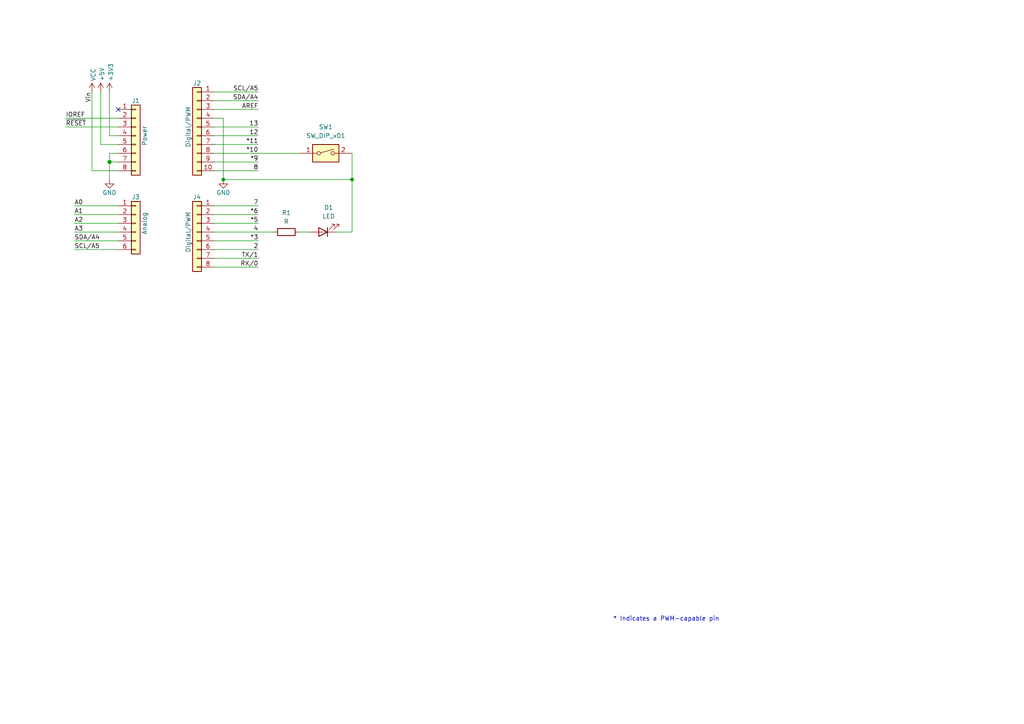
<source format=kicad_sch>
(kicad_sch (version 20230121) (generator eeschema)
  (paper "A4")
  (title_block (date "mar. 31 mars 2015"))
  (lib_symbols
    (symbol "Connector_Generic:Conn_01x06" (pin_names (offset 1.016) hide)
      (property "Reference" "J" (at 0 7.62 0))
      (property "Value" "Conn_01x06" (at 0 -10.16 0))
      (symbol "Conn_01x06_1_1"
        (rectangle (start -1.27 -7.493) (end 0 -7.747) (stroke (width 0.1524)))
        (rectangle (start -1.27 -4.953) (end 0 -5.207) (stroke (width 0.1524)))
        (rectangle (start -1.27 -2.413) (end 0 -2.667) (stroke (width 0.1524)))
        (rectangle (start -1.27 0.127) (end 0 -0.127) (stroke (width 0.1524)))
        (rectangle (start -1.27 2.667) (end 0 2.413) (stroke (width 0.1524)))
        (rectangle (start -1.27 5.207) (end 0 4.953) (stroke (width 0.1524)))
        (rectangle (start -1.27 6.35) (end 1.27 -8.89) (stroke (width 0.254)) (fill (type background)))
        (pin passive line (at -5.08 5.08 0) (length 3.81) (name "Pin_1") (number "1"))
        (pin passive line (at -5.08 2.54 0) (length 3.81) (name "Pin_2") (number "2"))
        (pin passive line (at -5.08 0 0) (length 3.81) (name "Pin_3") (number "3"))
        (pin passive line (at -5.08 -2.54 0) (length 3.81) (name "Pin_4") (number "4"))
        (pin passive line (at -5.08 -5.08 0) (length 3.81) (name "Pin_5") (number "5"))
        (pin passive line (at -5.08 -7.62 0) (length 3.81) (name "Pin_6") (number "6"))
      )
    )
    (symbol "Connector_Generic:Conn_01x08" (pin_names (offset 1.016) hide)
      (property "Reference" "J" (at 0 10.16 0))
      (property "Value" "Conn_01x08" (at 0 -12.7 0))
      (symbol "Conn_01x08_1_1"
        (rectangle (start -1.27 -10.033) (end 0 -10.287) (stroke (width 0.1524)))
        (rectangle (start -1.27 -7.493) (end 0 -7.747) (stroke (width 0.1524)))
        (rectangle (start -1.27 -4.953) (end 0 -5.207) (stroke (width 0.1524)))
        (rectangle (start -1.27 -2.413) (end 0 -2.667) (stroke (width 0.1524)))
        (rectangle (start -1.27 0.127) (end 0 -0.127) (stroke (width 0.1524)))
        (rectangle (start -1.27 2.667) (end 0 2.413) (stroke (width 0.1524)))
        (rectangle (start -1.27 5.207) (end 0 4.953) (stroke (width 0.1524)))
        (rectangle (start -1.27 7.747) (end 0 7.493) (stroke (width 0.1524)))
        (rectangle (start -1.27 8.89) (end 1.27 -11.43) (stroke (width 0.254)) (fill (type background)))
        (pin passive line (at -5.08 7.62 0) (length 3.81) (name "Pin_1") (number "1"))
        (pin passive line (at -5.08 5.08 0) (length 3.81) (name "Pin_2") (number "2"))
        (pin passive line (at -5.08 2.54 0) (length 3.81) (name "Pin_3") (number "3"))
        (pin passive line (at -5.08 0 0) (length 3.81) (name "Pin_4") (number "4"))
        (pin passive line (at -5.08 -2.54 0) (length 3.81) (name "Pin_5") (number "5"))
        (pin passive line (at -5.08 -5.08 0) (length 3.81) (name "Pin_6") (number "6"))
        (pin passive line (at -5.08 -7.62 0) (length 3.81) (name "Pin_7") (number "7"))
        (pin passive line (at -5.08 -10.16 0) (length 3.81) (name "Pin_8") (number "8"))
      )
    )
    (symbol "Connector_Generic:Conn_01x10" (pin_names (offset 1.016) hide)
      (property "Reference" "J" (at 0 12.7 0))
      (property "Value" "Conn_01x10" (at 0 -15.24 0))
      (symbol "Conn_01x10_1_1"
        (rectangle (start -1.27 -12.573) (end 0 -12.827) (stroke (width 0.1524)))
        (rectangle (start -1.27 -10.033) (end 0 -10.287) (stroke (width 0.1524)))
        (rectangle (start -1.27 -7.493) (end 0 -7.747) (stroke (width 0.1524)))
        (rectangle (start -1.27 -4.953) (end 0 -5.207) (stroke (width 0.1524)))
        (rectangle (start -1.27 -2.413) (end 0 -2.667) (stroke (width 0.1524)))
        (rectangle (start -1.27 0.127) (end 0 -0.127) (stroke (width 0.1524)))
        (rectangle (start -1.27 2.667) (end 0 2.413) (stroke (width 0.1524)))
        (rectangle (start -1.27 5.207) (end 0 4.953) (stroke (width 0.1524)))
        (rectangle (start -1.27 7.747) (end 0 7.493) (stroke (width 0.1524)))
        (rectangle (start -1.27 10.287) (end 0 10.033) (stroke (width 0.1524)))
        (rectangle (start -1.27 11.43) (end 1.27 -13.97) (stroke (width 0.254)) (fill (type background)))
        (pin passive line (at -5.08 10.16 0) (length 3.81) (name "Pin_1") (number "1"))
        (pin passive line (at -5.08 -12.7 0) (length 3.81) (name "Pin_10") (number "10"))
        (pin passive line (at -5.08 7.62 0) (length 3.81) (name "Pin_2") (number "2"))
        (pin passive line (at -5.08 5.08 0) (length 3.81) (name "Pin_3") (number "3"))
        (pin passive line (at -5.08 2.54 0) (length 3.81) (name "Pin_4") (number "4"))
        (pin passive line (at -5.08 0 0) (length 3.81) (name "Pin_5") (number "5"))
        (pin passive line (at -5.08 -2.54 0) (length 3.81) (name "Pin_6") (number "6"))
        (pin passive line (at -5.08 -5.08 0) (length 3.81) (name "Pin_7") (number "7"))
        (pin passive line (at -5.08 -7.62 0) (length 3.81) (name "Pin_8") (number "8"))
        (pin passive line (at -5.08 -10.16 0) (length 3.81) (name "Pin_9") (number "9"))
      )
    )
    (symbol "Device:LED" (pin_numbers hide) (pin_names (offset 1.016) hide)
      (property "Reference" "D" (at 0 2.54 0))
      (property "Value" "LED" (at 0 -2.54 0))
      (symbol "LED_0_1"
        (polyline (pts (xy -1.27 -1.27) (xy -1.27 1.27)) (stroke (width 0.254)))
        (polyline (pts (xy -1.27 0) (xy 1.27 0)))
        (polyline (pts (xy 1.27 -1.27) (xy 1.27 1.27) (xy -1.27 0) (xy 1.27 -1.27)) (stroke (width 0.254)))
        (polyline (pts (xy -3.048 -0.762) (xy -4.572 -2.286) (xy -3.81 -2.286) (xy -4.572 -2.286) (xy -4.572 -1.524)))
        (polyline (pts (xy -1.778 -0.762) (xy -3.302 -2.286) (xy -2.54 -2.286) (xy -3.302 -2.286) (xy -3.302 -1.524)))
      )
      (symbol "LED_1_1"
        (pin passive line (at -3.81 0 0) (length 2.54) (name "K") (number "1"))
        (pin passive line (at 3.81 0 180) (length 2.54) (name "A") (number "2"))
      )
    )
    (symbol "Device:R" (pin_numbers hide) (pin_names (offset 0))
      (property "Reference" "R" (at 2.032 0 90))
      (property "Value" "R" (at 0 0 90))
      (symbol "R_0_1"
        (rectangle (start -1.016 -2.54) (end 1.016 2.54) (stroke (width 0.254)))
      )
      (symbol "R_1_1"
        (pin passive line (at 0 3.81 270) (length 1.27) (name "~") (number "1"))
        (pin passive line (at 0 -3.81 90) (length 1.27) (name "~") (number "2"))
      )
    )
    (symbol "Switch:SW_DIP_x01" (pin_names (offset 0) hide)
      (property "Reference" "SW" (at 0 3.81 0))
      (property "Value" "SW_DIP_x01" (at 0 -3.81 0))
      (symbol "SW_DIP_x01_0_0"
        (circle (center -2.032 0) (radius 0.508))
        (polyline (pts (xy -1.524 0.127) (xy 2.3622 1.1684)))
        (circle (center 2.032 0) (radius 0.508))
      )
      (symbol "SW_DIP_x01_0_1"
        (rectangle (start -3.81 2.54) (end 3.81 -2.54) (stroke (width 0.254)) (fill (type background)))
      )
      (symbol "SW_DIP_x01_1_1"
        (pin passive line (at -7.62 0 0) (length 5.08) (name "~") (number "1"))
        (pin passive line (at 7.62 0 180) (length 5.08) (name "~") (number "2"))
      )
    )
    (symbol "power:+3V3" (power) (pin_names (offset 0))
      (property "Value" "+3V3" (at 0 3.556 0))
      (symbol "+3V3_0_1"
        (polyline (pts (xy -0.762 1.27) (xy 0 2.54)))
        (polyline (pts (xy 0 0) (xy 0 2.54)))
        (polyline (pts (xy 0 2.54) (xy 0.762 1.27)))
      )
      (symbol "+3V3_1_1"
        (pin power_in line (at 0 0 90) (length 0) hide (name "+3V3") (number "1"))
      )
    )
    (symbol "power:+5V" (power) (pin_names (offset 0))
      (property "Value" "+5V" (at 0 3.556 0))
      (symbol "+5V_0_1"
        (polyline (pts (xy -0.762 1.27) (xy 0 2.54)))
        (polyline (pts (xy 0 0) (xy 0 2.54)))
        (polyline (pts (xy 0 2.54) (xy 0.762 1.27)))
      )
      (symbol "+5V_1_1"
        (pin power_in line (at 0 0 90) (length 0) hide (name "+5V") (number "1"))
      )
    )
    (symbol "power:GND" (power) (pin_names (offset 0))
      (property "Value" "GND" (at 0 -3.81 0))
      (symbol "GND_0_1"
        (polyline (pts (xy 0 0) (xy 0 -1.27) (xy 1.27 -1.27) (xy 0 -2.54) (xy -1.27 -1.27) (xy 0 -1.27)))
      )
      (symbol "GND_1_1"
        (pin power_in line (at 0 0 270) (length 0) hide (name "GND") (number "1"))
      )
    )
    (symbol "power:VCC" (power) (pin_names (offset 0))
      (property "Value" "VCC" (at 0 3.81 0))
      (symbol "VCC_0_1"
        (polyline (pts (xy -0.762 1.27) (xy 0 2.54)))
        (polyline (pts (xy 0 0) (xy 0 2.54)))
        (polyline (pts (xy 0 2.54) (xy 0.762 1.27)))
      )
      (symbol "VCC_1_1"
        (pin power_in line (at 0 0 90) (length 0) hide (name "VCC") (number "1"))
      )
    )
  )
  (junction (at 31.75 46.99) (diameter 1.016))
  (junction (at 64.77 52.07))
  (junction (at 102.108 52.07))
  (no_connect (at 34.29 31.75))
  (wire (pts (xy 62.23 77.47) (xy 74.93 77.47)))
  (wire (pts (xy 62.23 26.67) (xy 74.93 26.67)))
  (wire (pts (xy 31.75 44.45) (xy 31.75 46.99)))
  (wire (pts (xy 21.59 72.39) (xy 34.29 72.39)))
  (wire (pts (xy 62.23 44.45) (xy 86.868 44.45)))
  (wire (pts (xy 31.75 46.99) (xy 31.75 52.07)))
  (wire (pts (xy 31.75 39.37) (xy 34.29 39.37)))
  (wire (pts (xy 29.21 41.91) (xy 34.29 41.91)))
  (wire (pts (xy 29.21 26.67) (xy 29.21 41.91)))
  (wire (pts (xy 86.868 67.31) (xy 89.916 67.31)))
  (wire (pts (xy 62.23 36.83) (xy 74.93 36.83)))
  (wire (pts (xy 31.75 26.67) (xy 31.75 39.37)))
  (wire (pts (xy 62.23 59.69) (xy 74.93 59.69)))
  (wire (pts (xy 34.29 59.69) (xy 21.59 59.69)))
  (wire (pts (xy 62.23 39.37) (xy 74.93 39.37)))
  (wire (pts (xy 62.23 62.23) (xy 74.93 62.23)))
  (wire (pts (xy 64.77 52.07) (xy 102.108 52.07)))
  (wire (pts (xy 102.108 67.31) (xy 102.108 52.07)))
  (wire (pts (xy 62.23 46.99) (xy 74.93 46.99)))
  (wire (pts (xy 102.108 44.45) (xy 102.108 52.07)))
  (wire (pts (xy 62.23 67.31) (xy 79.248 67.31)))
  (wire (pts (xy 19.05 34.29) (xy 34.29 34.29)))
  (wire (pts (xy 64.77 34.29) (xy 64.77 52.07)))
  (wire (pts (xy 62.23 31.75) (xy 74.93 31.75)))
  (wire (pts (xy 34.29 64.77) (xy 21.59 64.77)))
  (wire (pts (xy 19.05 36.83) (xy 34.29 36.83)))
  (wire (pts (xy 34.29 46.99) (xy 31.75 46.99)))
  (wire (pts (xy 34.29 49.53) (xy 26.67 49.53)))
  (wire (pts (xy 21.59 62.23) (xy 34.29 62.23)))
  (wire (pts (xy 62.23 34.29) (xy 64.77 34.29)))
  (wire (pts (xy 34.29 44.45) (xy 31.75 44.45)))
  (wire (pts (xy 62.23 41.91) (xy 74.93 41.91)))
  (wire (pts (xy 62.23 64.77) (xy 74.93 64.77)))
  (wire (pts (xy 21.59 67.31) (xy 34.29 67.31)))
  (wire (pts (xy 62.23 29.21) (xy 74.93 29.21)))
  (wire (pts (xy 97.536 67.31) (xy 102.108 67.31)))
  (wire (pts (xy 62.23 72.39) (xy 74.93 72.39)))
  (wire (pts (xy 62.23 69.85) (xy 74.93 69.85)))
  (wire (pts (xy 62.23 74.93) (xy 74.93 74.93)))
  (wire (pts (xy 26.67 49.53) (xy 26.67 26.67)))
  (wire (pts (xy 34.29 69.85) (xy 21.59 69.85)))
  (wire (pts (xy 62.23 49.53) (xy 74.93 49.53)))
  (text "* Indicates a PWM-capable pin" (at 177.8 180.34 0) (effects (font (size 1.27 1.27)) (justify left bottom)))
  (label "RX{slash}0" (at 74.93 77.47 180))
  (label "A2" (at 21.59 64.77 0))
  (label "4" (at 74.93 67.31 180))
  (label "2" (at 74.93 72.39 180))
  (label "A3" (at 21.59 67.31 0))
  (label "13" (at 74.93 36.83 180))
  (label "12" (at 74.93 39.37 180))
  (label "~{RESET}" (at 19.05 36.83 0))
  (label "*10" (at 74.93 44.45 180))
  (label "7" (at 74.93 59.69 180))
  (label "SDA{slash}A4" (at 74.93 29.21 180))
  (label "8" (at 74.93 49.53 180))
  (label "*11" (at 74.93 41.91 180))
  (label "*3" (at 74.93 69.85 180))
  (label "A1" (at 21.59 62.23 0))
  (label "TX{slash}1" (at 74.93 74.93 180))
  (label "A0" (at 21.59 59.69 0))
  (label "AREF" (at 74.93 31.75 180))
  (label "Vin" (at 26.67 26.67 270))
  (label "*6" (at 74.93 62.23 180))
  (label "SCL{slash}A5" (at 74.93 26.67 180))
  (label "*9" (at 74.93 46.99 180))
  (label "*5" (at 74.93 64.77 180))
  (label "IOREF" (at 19.05 34.29 0))
  (label "SDA{slash}A4" (at 21.59 69.85 0))
  (label "SCL{slash}A5" (at 21.59 72.39 0))
  (symbol (lib_id "Connector_Generic:Conn_01x08") (at 39.37 39.37 0) (unit 1)
    (property "Reference" "J1" (at 39.37 29.21 0))
    (property "Value" "Power" (at 41.91 39.37 90))
    (property "Footprint" "Connector_PinSocket_2.54mm:PinSocket_1x08_P2.54mm_Vertical" (effects hide))
  )
  (symbol (lib_id "power:+3V3") (at 31.75 26.67 0) (unit 1)
    (property "Reference" "#PWR03" (effects hide))
    (property "Value" "+3.3V" (at 32.131 23.622 90) (effects (justify left)))
  )
  (symbol (lib_id "power:+5V") (at 29.21 26.67 0) (unit 1)
    (property "Reference" "#PWR02" (effects hide))
    (property "Value" "+5V" (at 29.5656 23.622 90) (effects (justify left)))
  )
  (symbol (lib_id "power:GND") (at 31.75 52.07 0) (unit 1)
    (property "Reference" "#PWR04" (effects hide))
    (property "Value" "GND" (at 31.75 55.88 0))
  )
  (symbol (lib_id "Connector_Generic:Conn_01x10") (at 57.15 36.83 0) (mirror y) (unit 1)
    (property "Reference" "J2" (at 57.15 24.13 0))
    (property "Value" "Digital/PWM" (at 54.61 36.83 90))
    (property "Footprint" "Connector_PinSocket_2.54mm:PinSocket_1x10_P2.54mm_Vertical" (effects hide))
  )
  (symbol (lib_id "power:GND") (at 64.77 52.07 0) (unit 1)
    (property "Reference" "#PWR05" (effects hide))
    (property "Value" "GND" (at 64.77 55.88 0))
  )
  (symbol (lib_id "Connector_Generic:Conn_01x06") (at 39.37 64.77 0) (unit 1)
    (property "Reference" "J3" (at 39.37 57.15 0))
    (property "Value" "Analog" (at 41.91 64.77 90))
    (property "Footprint" "Connector_PinSocket_2.54mm:PinSocket_1x06_P2.54mm_Vertical" (effects hide))
  )
  (symbol (lib_id "Connector_Generic:Conn_01x08") (at 57.15 67.31 0) (mirror y) (unit 1)
    (property "Reference" "J4" (at 57.15 57.15 0))
    (property "Value" "Digital/PWM" (at 54.61 67.31 90))
    (property "Footprint" "Connector_PinSocket_2.54mm:PinSocket_1x08_P2.54mm_Vertical" (effects hide))
  )
  (symbol (lib_id "Switch:SW_DIP_x01") (at 94.488 44.45 0) (unit 1)
    (property "Reference" "SW1" (at 94.488 36.83 0))
    (property "Value" "SW_DIP_x01" (at 94.488 39.37 0))
    (property "Footprint" "Button_Switch_THT:SW_PUSH_6mm" (effects hide))
  )
  (symbol (lib_id "power:VCC") (at 26.67 26.67 0) (unit 1)
    (property "Reference" "#PWR01" (effects hide))
    (property "Value" "VCC" (at 27.051 23.622 90) (effects (justify left)))
  )
  (symbol (lib_id "Device:R") (at 83.058 67.31 90) (unit 1)
    (property "Reference" "R1" (at 83.058 61.722 90))
    (property "Value" "R" (at 83.058 64.262 90))
    (property "Footprint" "Resistor_THT:R_Axial_DIN0204_L3.6mm_D1.6mm_P7.62mm_Horizontal" (effects hide))
  )
  (symbol (lib_id "Device:LED") (at 93.726 67.31 180) (unit 1)
    (property "Reference" "D1" (at 95.3135 60.198 0))
    (property "Value" "LED" (at 95.3135 62.738 0))
    (property "Footprint" "LED_THT:LED_D3.0mm" (effects hide))
  )
)
</source>
